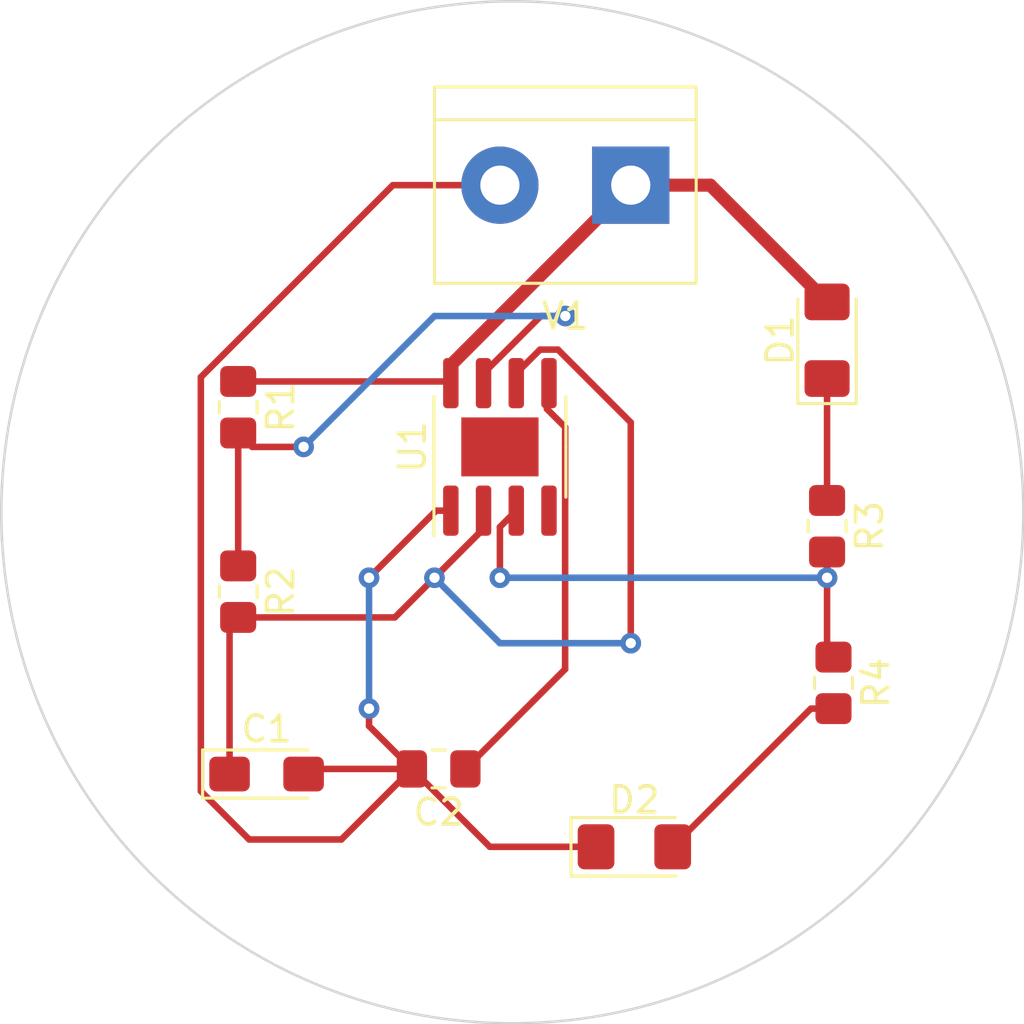
<source format=kicad_pcb>
(kicad_pcb (version 20211014) (generator pcbnew)
  (layers (0 "F.Cu" signal) (31 "B.Cu" signal) (34 "B.Paste" user) (35 "F.Paste" user) (36 "B.SilkS" user "B.Silkscreen") (37 "F.SilkS" user "F.Silkscreen") (38 "B.Mask" user) (39 "F.Mask" user) (44 "Edge.Cuts" user))
  (net 0 "")
  (net 1 "/pin_2")
  (net 2 "GND")
  (net 3 "Net-(C2-Pad1)")
  (net 4 "Net-(D1-Pad1)")
  (net 5 "Net-(D1-Pad2)")
  (net 6 "Net-(D2-Pad2)")
  (net 7 "/pin_7")
  (net 8 "/pin_3")
  (net 9 "/+9V")
  (footprint "Resistor_SMD:R_0805_2012Metric_Pad1.20x1.40mm_HandSolder" (layer "F.Cu") (at 132.08 79.74 -90)
    (fp_text reference "R1" (at 0 -1.65 90) (layer "F.SilkS"))
    (fp_text value "1k")
    (fp_line (start -0.227064 -0.735) (end 0.227064 -0.735) (layer "F.SilkS") (width 0.12))
    (fp_line (start -0.227064 0.735) (end 0.227064 0.735) (layer "F.SilkS") (width 0.12))
    (pad "1" smd roundrect (at -1 0 270) (size 1.2 1.4) (layers "F.Cu" "F.Paste" "F.Mask") (roundrect_rratio 0.208333) (net 5 "Net-(D1-Pad2)"))
    (pad "2" smd roundrect (at 1 0 270) (size 1.2 1.4) (layers "F.Cu" "F.Paste" "F.Mask") (roundrect_rratio 0.208333) (net 7 "/pin_7"))
  )
  (footprint "Package_SO:SOIC-8-1EP_3.9x4.9mm_P1.27mm_EP2.29x3mm" (layer "F.Cu") (at 142.24 81.28 90)
    (fp_text reference "U1" (at 0 -3.4 90) (layer "F.SilkS"))
    (fp_text value "NE555D")
    (fp_line (start 0 2.56) (end -1.95 2.56) (layer "F.SilkS") (width 0.12))
    (fp_line (start 0 -2.56) (end 1.95 -2.56) (layer "F.SilkS") (width 0.12))
    (fp_line (start 0 2.56) (end 1.95 2.56) (layer "F.SilkS") (width 0.12))
    (fp_line (start 0 -2.56) (end -3.45 -2.56) (layer "F.SilkS") (width 0.12))
    (pad "1" smd roundrect (at -2.475 -1.905 90) (size 1.95 0.6) (layers "F.Cu" "F.Paste" "F.Mask") (net 2 "GND"))
    (pad "2" smd roundrect (at -2.475 -0.635 90) (size 1.95 0.6) (layers "F.Cu" "F.Paste" "F.Mask") (net 1 "/pin_2"))
    (pad "3" smd roundrect (at -2.475 0.635 90) (size 1.95 0.6) (layers "F.Cu" "F.Paste" "F.Mask") (net 8 "/pin_3"))
    (pad "4" smd roundrect (at -2.475 1.905 90) (size 1.95 0.6) (layers "F.Cu" "F.Paste" "F.Mask") (net 9 "/+9V"))
    (pad "5" smd roundrect (at 2.475 1.905 90) (size 1.95 0.6) (layers "F.Cu" "F.Paste" "F.Mask") (net 3 "Net-(C2-Pad1)"))
    (pad "6" smd roundrect (at 2.475 0.635 90) (size 1.95 0.6) (layers "F.Cu" "F.Paste" "F.Mask") (net 1 "/pin_2"))
    (pad "7" smd roundrect (at 2.475 -0.635 90) (size 1.95 0.6) (layers "F.Cu" "F.Paste" "F.Mask") (net 7 "/pin_7"))
    (pad "8" smd roundrect (at 2.475 -1.905 90) (size 1.95 0.6) (layers "F.Cu" "F.Paste" "F.Mask") (net 5 "Net-(D1-Pad2)"))
    (pad "9" smd rect (at 0 0 90) (size 2.29 3) (layers "F.Cu" "F.Mask"))
  )
  (footprint "LED_SMD:LED_1206_3216Metric_Pad1.42x1.75mm_HandSolder" (layer "F.Cu") (at 154.94 77.14 90)
    (fp_text reference "D1" (at 0 -1.82 90) (layer "F.SilkS"))
    (fp_text value "LED")
    (fp_line (start 1.6 -1.135) (end -2.46 -1.135) (layer "F.SilkS") (width 0.12))
    (fp_line (start -2.46 1.135) (end 1.6 1.135) (layer "F.SilkS") (width 0.12))
    (fp_line (start -2.46 -1.135) (end -2.46 1.135) (layer "F.SilkS") (width 0.12))
    (pad "1" smd roundrect (at -1.4875 0 90) (size 1.425 1.75) (layers "F.Cu" "F.Paste" "F.Mask") (roundrect_rratio 0.175439) (net 4 "Net-(D1-Pad1)"))
    (pad "2" smd roundrect (at 1.4875 0 90) (size 1.425 1.75) (layers "F.Cu" "F.Paste" "F.Mask") (roundrect_rratio 0.175439) (net 5 "Net-(D1-Pad2)"))
  )
  (footprint "Resistor_SMD:R_0805_2012Metric_Pad1.20x1.40mm_HandSolder" (layer "F.Cu") (at 155.19 90.44 -90)
    (fp_text reference "R4" (at 0 -1.65 90) (layer "F.SilkS"))
    (fp_text value "1k")
    (fp_line (start -0.227064 0.735) (end 0.227064 0.735) (layer "F.SilkS") (width 0.12))
    (fp_line (start -0.227064 -0.735) (end 0.227064 -0.735) (layer "F.SilkS") (width 0.12))
    (pad "1" smd roundrect (at -1 0 270) (size 1.2 1.4) (layers "F.Cu" "F.Paste" "F.Mask") (roundrect_rratio 0.208333) (net 8 "/pin_3"))
    (pad "2" smd roundrect (at 1 0 270) (size 1.2 1.4) (layers "F.Cu" "F.Paste" "F.Mask") (roundrect_rratio 0.208333) (net 6 "Net-(D2-Pad2)"))
  )
  (footprint "Capacitor_Tantalum_SMD:CP_EIA-3216-18_Kemet-A_Pad1.58x1.35mm_HandSolder" (layer "F.Cu") (at 133.1825 93.98)
    (fp_text reference "C1" (at 0 -1.75) (layer "F.SilkS"))
    (fp_text value "10uF")
    (fp_line (start -2.485 0.935) (end 1.6 0.935) (layer "F.SilkS") (width 0.12))
    (fp_line (start 1.6 -0.935) (end -2.485 -0.935) (layer "F.SilkS") (width 0.12))
    (fp_line (start -2.485 -0.935) (end -2.485 0.935) (layer "F.SilkS") (width 0.12))
    (pad "1" smd roundrect (at -1.4375 0) (size 1.575 1.35) (layers "F.Cu" "F.Paste" "F.Mask") (roundrect_rratio 0.185185) (net 1 "/pin_2"))
    (pad "2" smd roundrect (at 1.4375 0) (size 1.575 1.35) (layers "F.Cu" "F.Paste" "F.Mask") (roundrect_rratio 0.185185) (net 2 "GND"))
  )
  (footprint "LED_SMD:LED_1206_3216Metric_Pad1.42x1.75mm_HandSolder" (layer "F.Cu") (at 147.46 96.805)
    (fp_text reference "D2" (at 0 -1.82) (layer "F.SilkS"))
    (fp_text value "LED")
    (fp_line (start -2.46 1.135) (end 1.6 1.135) (layer "F.SilkS") (width 0.12))
    (fp_line (start 1.6 -1.135) (end -2.46 -1.135) (layer "F.SilkS") (width 0.12))
    (fp_line (start -2.46 -1.135) (end -2.46 1.135) (layer "F.SilkS") (width 0.12))
    (pad "1" smd roundrect (at -1.4875 0) (size 1.425 1.75) (layers "F.Cu" "F.Paste" "F.Mask") (roundrect_rratio 0.175439) (net 2 "GND"))
    (pad "2" smd roundrect (at 1.4875 0) (size 1.425 1.75) (layers "F.Cu" "F.Paste" "F.Mask") (roundrect_rratio 0.175439) (net 6 "Net-(D2-Pad2)"))
  )
  (footprint "Resistor_SMD:R_0805_2012Metric_Pad1.20x1.40mm_HandSolder" (layer "F.Cu") (at 132.08 86.9 -90)
    (fp_text reference "R2" (at 0 -1.65 90) (layer "F.SilkS"))
    (fp_text value "10k")
    (fp_line (start -0.227064 -0.735) (end 0.227064 -0.735) (layer "F.SilkS") (width 0.12))
    (fp_line (start -0.227064 0.735) (end 0.227064 0.735) (layer "F.SilkS") (width 0.12))
    (pad "1" smd roundrect (at -1 0 270) (size 1.2 1.4) (layers "F.Cu" "F.Paste" "F.Mask") (roundrect_rratio 0.208333) (net 7 "/pin_7"))
    (pad "2" smd roundrect (at 1 0 270) (size 1.2 1.4) (layers "F.Cu" "F.Paste" "F.Mask") (roundrect_rratio 0.208333) (net 1 "/pin_2"))
  )
  (footprint "TerminalBlock:TerminalBlock_bornier-2_P5.08mm" (layer "F.Cu") (at 147.32 71.12 180)
    (fp_text reference "V1" (at 2.54 -5.08) (layer "F.SilkS"))
    (fp_text value "9V")
    (fp_line (start 7.62 3.81) (end 7.62 -3.81) (layer "F.SilkS") (width 0.12))
    (fp_line (start 7.62 -3.81) (end -2.54 -3.81) (layer "F.SilkS") (width 0.12))
    (fp_line (start -2.54 3.81) (end 7.62 3.81) (layer "F.SilkS") (width 0.12))
    (fp_line (start -2.54 -3.81) (end -2.54 3.81) (layer "F.SilkS") (width 0.12))
    (fp_line (start 7.62 2.54) (end -2.54 2.54) (layer "F.SilkS") (width 0.12))
    (pad "1" thru_hole rect (at 0 0 180) (size 3 3) (drill 1.52) (layers *.Cu *.Mask) (net 5 "Net-(D1-Pad2)"))
    (pad "2" thru_hole circle (at 5.08 0 180) (size 3 3) (drill 1.52) (layers *.Cu *.Mask) (net 2 "GND"))
  )
  (footprint "Resistor_SMD:R_0805_2012Metric_Pad1.20x1.40mm_HandSolder" (layer "F.Cu") (at 154.94 84.36 -90)
    (fp_text reference "R3" (at 0 -1.65 90) (layer "F.SilkS"))
    (fp_text value "1k")
    (fp_line (start -0.227064 -0.735) (end 0.227064 -0.735) (layer "F.SilkS") (width 0.12))
    (fp_line (start -0.227064 0.735) (end 0.227064 0.735) (layer "F.SilkS") (width 0.12))
    (pad "1" smd roundrect (at -1 0 270) (size 1.2 1.4) (layers "F.Cu" "F.Paste" "F.Mask") (roundrect_rratio 0.208333) (net 4 "Net-(D1-Pad1)"))
    (pad "2" smd roundrect (at 1 0 270) (size 1.2 1.4) (layers "F.Cu" "F.Paste" "F.Mask") (roundrect_rratio 0.208333) (net 8 "/pin_3"))
  )
  (footprint "Capacitor_SMD:C_0805_2012Metric_Pad1.18x1.45mm_HandSolder" (layer "F.Cu") (at 139.8625 93.781252 180)
    (fp_text reference "C2" (at 0 -1.68) (layer "F.SilkS"))
    (fp_text value "0.01uF")
    (fp_line (start -0.261252 -0.735) (end 0.261252 -0.735) (layer "F.SilkS") (width 0.12))
    (fp_line (start -0.261252 0.735) (end 0.261252 0.735) (layer "F.SilkS") (width 0.12))
    (pad "1" smd roundrect (at -1.0375 0 180) (size 1.175 1.45) (layers "F.Cu" "F.Paste" "F.Mask") (roundrect_rratio 0.212766) (net 3 "Net-(C2-Pad1)"))
    (pad "2" smd roundrect (at 1.0375 0 180) (size 1.175 1.45) (layers "F.Cu" "F.Paste" "F.Mask") (roundrect_rratio 0.212766) (net 2 "GND"))
  )
  (gr_circle (center 142.721966 83.82) (end 157.961966 96.52) (layer "Edge.Cuts") (width 0.1) (fill none))
  (segment (start 143.79742 77.503) (end 144.49258 77.503) (width 0.254) (layer "F.Cu") (net 1))
  (segment (start 141.67 83.82) (end 141.67 84.39) (width 0.254) (layer "F.Cu") (net 1))
  (segment (start 144.49258 77.503) (end 147.32 80.33042) (width 0.254) (layer "F.Cu") (net 1))
  (segment (start 141.605 83.755) (end 141.67 83.82) (width 0.254) (layer "F.Cu") (net 1))
  (segment (start 131.745 93.98) (end 131.745 88.235) (width 0.254) (layer "F.Cu") (net 1))
  (segment (start 142.875 78.805) (end 142.875 78.42542) (width 0.254) (layer "F.Cu") (net 1))
  (segment (start 139.7 86.36) (end 138.16 87.9) (width 0.254) (layer "F.Cu") (net 1))
  (segment (start 147.32 80.33042) (end 147.32 88.9) (width 0.254) (layer "F.Cu") (net 1))
  (segment (start 131.745 88.235) (end 132.08 87.9) (width 0.254) (layer "F.Cu") (net 1))
  (segment (start 142.875 78.42542) (end 143.79742 77.503) (width 0.254) (layer "F.Cu") (net 1))
  (segment (start 141.605 83.755) (end 141.725933 83.875933) (width 0.254) (layer "F.Cu") (net 1))
  (segment (start 141.605 83.755) (end 141.605 84.455) (width 0.254) (layer "F.Cu") (net 1))
  (segment (start 141.67 84.39) (end 139.7 86.36) (width 0.254) (layer "F.Cu") (net 1))
  (segment (start 138.16 87.9) (end 132.08 87.9) (width 0.254) (layer "F.Cu") (net 1))
  (segment (start 141.605 84.455) (end 139.7 86.36) (width 0.254) (layer "F.Cu") (net 1))
  (via (at 139.7 86.36) (size 0.8) (drill 0.4) (layers "F.Cu" "B.Cu") (net 1))
  (via (at 147.32 88.9) (size 0.8) (drill 0.4) (layers "F.Cu" "B.Cu") (net 1))
  (segment (start 142.24 88.9) (end 139.7 86.36) (width 0.254) (layer "B.Cu") (net 1))
  (segment (start 147.32 88.9) (end 142.24 88.9) (width 0.254) (layer "B.Cu") (net 1))
  (segment (start 138.825 93.781252) (end 134.818748 93.781252) (width 0.254) (layer "F.Cu") (net 2))
  (segment (start 137.16 92.116252) (end 137.16 91.44) (width 0.254) (layer "F.Cu") (net 2))
  (segment (start 138.083999 71.12) (end 130.6305 78.573499) (width 0.254) (layer "F.Cu") (net 2))
  (segment (start 130.6305 94.644001) (end 132.506499 96.52) (width 0.254) (layer "F.Cu") (net 2))
  (segment (start 130.6305 78.573499) (end 130.6305 94.644001) (width 0.254) (layer "F.Cu") (net 2))
  (segment (start 134.818748 93.781252) (end 134.62 93.98) (width 0.254) (layer "F.Cu") (net 2))
  (segment (start 142.24 71.12) (end 138.083999 71.12) (width 0.254) (layer "F.Cu") (net 2))
  (segment (start 138.825 93.781252) (end 137.16 92.116252) (width 0.254) (layer "F.Cu") (net 2))
  (segment (start 132.506499 96.52) (end 136.086252 96.52) (width 0.254) (layer "F.Cu") (net 2))
  (segment (start 145.9725 96.805) (end 141.848748 96.805) (width 0.254) (layer "F.Cu") (net 2))
  (segment (start 141.848748 96.805) (end 138.825 93.781252) (width 0.254) (layer "F.Cu") (net 2))
  (segment (start 139.765 83.755) (end 137.16 86.36) (width 0.254) (layer "F.Cu") (net 2))
  (segment (start 136.086252 96.52) (end 138.825 93.781252) (width 0.254) (layer "F.Cu") (net 2))
  (segment (start 140.335 83.755) (end 139.765 83.755) (width 0.254) (layer "F.Cu") (net 2))
  (via (at 137.16 91.44) (size 0.8) (drill 0.4) (layers "F.Cu" "B.Cu") (net 2))
  (via (at 137.16 86.36) (size 0.8) (drill 0.4) (layers "F.Cu" "B.Cu") (net 2))
  (segment (start 137.16 91.44) (end 137.16 86.36) (width 0.254) (layer "B.Cu") (net 2))
  (segment (start 144.067 79.808) (end 144.067 78.883) (width 0.254) (layer "F.Cu") (net 3))
  (segment (start 144.772 89.909252) (end 144.772 86.368) (width 0.254) (layer "F.Cu") (net 3))
  (segment (start 144.772 80.513) (end 144.067 79.808) (width 0.254) (layer "F.Cu") (net 3))
  (segment (start 140.9 93.781252) (end 144.772 89.909252) (width 0.254) (layer "F.Cu") (net 3))
  (segment (start 144.772 86.368) (end 144.772 80.513) (width 0.254) (layer "F.Cu") (net 3))
  (segment (start 144.067 78.883) (end 144.145 78.805) (width 0.254) (layer "F.Cu") (net 3))
  (segment (start 154.94 78.6275) (end 154.94 83.36) (width 0.254) (layer "F.Cu") (net 4))
  (segment (start 140.335 78.105) (end 140.335 78.805) (width 0.254) (layer "F.Cu") (net 5))
  (segment (start 147.32 71.12) (end 150.4075 71.12) (width 0.508) (layer "F.Cu") (net 5))
  (segment (start 140.27 78.74) (end 140.335 78.805) (width 0.254) (layer "F.Cu") (net 5))
  (segment (start 132.08 78.74) (end 140.27 78.74) (width 0.254) (layer "F.Cu") (net 5))
  (segment (start 147.32 71.12) (end 140.335 78.105) (width 0.508) (layer "F.Cu") (net 5))
  (segment (start 150.4075 71.12) (end 154.94 75.6525) (width 0.508) (layer "F.Cu") (net 5))
  (segment (start 155.19 91.44) (end 154.3125 91.44) (width 0.254) (layer "F.Cu") (net 6))
  (segment (start 154.3125 91.44) (end 148.9475 96.805) (width 0.254) (layer "F.Cu") (net 6))
  (segment (start 143.83042 76.2) (end 144.78 76.2) (width 0.254) (layer "F.Cu") (net 7))
  (segment (start 132.08 85.9) (end 132.08 80.74) (width 0.254) (layer "F.Cu") (net 7))
  (segment (start 132.08 80.74) (end 132.62 81.28) (width 0.254) (layer "F.Cu") (net 7))
  (segment (start 141.605 78.42542) (end 143.83042 76.2) (width 0.254) (layer "F.Cu") (net 7))
  (segment (start 132.62 81.28) (end 134.62 81.28) (width 0.254) (layer "F.Cu") (net 7))
  (segment (start 141.605 78.805) (end 141.605 78.42542) (width 0.254) (layer "F.Cu") (net 7))
  (via (at 144.78 76.2) (size 0.8) (drill 0.4) (layers "F.Cu" "B.Cu") (net 7))
  (via (at 134.62 81.28) (size 0.8) (drill 0.4) (layers "F.Cu" "B.Cu") (net 7))
  (segment (start 139.7 76.2) (end 134.62 81.28) (width 0.254) (layer "B.Cu") (net 7))
  (segment (start 144.78 76.2) (end 139.7 76.2) (width 0.254) (layer "B.Cu") (net 7))
  (segment (start 154.94 86.36) (end 154.94 89.19) (width 0.254) (layer "F.Cu") (net 8))
  (segment (start 154.94 89.19) (end 155.19 89.44) (width 0.254) (layer "F.Cu") (net 8))
  (segment (start 154.94 85.36) (end 154.94 86.36) (width 0.254) (layer "F.Cu") (net 8))
  (segment (start 142.875 83.755) (end 142.24 84.39) (width 0.254) (layer "F.Cu") (net 8))
  (segment (start 142.24 84.39) (end 142.24 86.36) (width 0.254) (layer "F.Cu") (net 8))
  (via (at 142.24 86.36) (size 0.8) (drill 0.4) (layers "F.Cu" "B.Cu") (net 8))
  (via (at 154.94 86.36) (size 0.8) (drill 0.4) (layers "F.Cu" "B.Cu") (net 8))
  (segment (start 142.24 86.36) (end 154.94 86.36) (width 0.254) (layer "B.Cu") (net 8))
)
</source>
